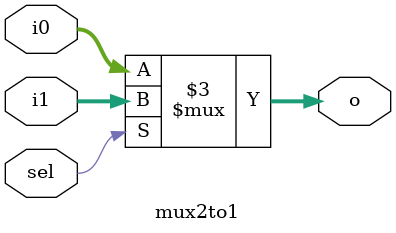
<source format=v>

module mux2to1(i0, i1, sel, o);
	input 	sel;
	input		[31:0] i0, i1;
	output	reg [31:0] o;
	
	always @(i0, i1)
	begin
		if (sel) begin
			o <= i1;
		end else begin
			o <= i0;
		end
	end
endmodule

</source>
